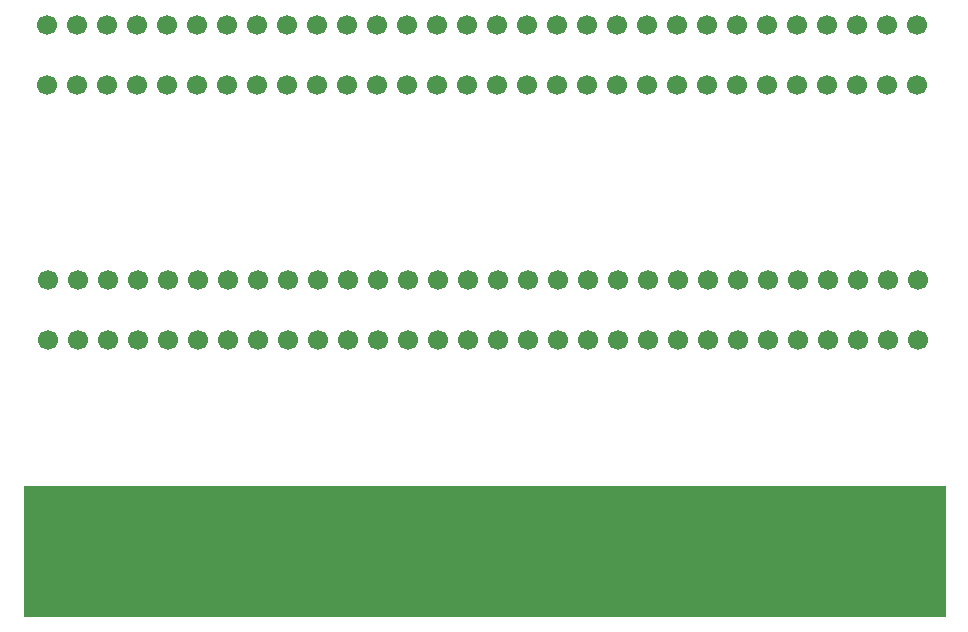
<source format=gbs>
G04 #@! TF.GenerationSoftware,KiCad,Pcbnew,7.0.6*
G04 #@! TF.CreationDate,2023-10-15T21:53:03+09:00*
G04 #@! TF.ProjectId,NES_MAmi_Ext,4e45535f-4d41-46d6-995f-4578742e6b69,rev?*
G04 #@! TF.SameCoordinates,Original*
G04 #@! TF.FileFunction,Soldermask,Bot*
G04 #@! TF.FilePolarity,Negative*
%FSLAX46Y46*%
G04 Gerber Fmt 4.6, Leading zero omitted, Abs format (unit mm)*
G04 Created by KiCad (PCBNEW 7.0.6) date 2023-10-15 21:53:03*
%MOMM*%
%LPD*%
G01*
G04 APERTURE LIST*
%ADD10C,0.100000*%
%ADD11C,1.700000*%
%ADD12R,1.700000X9.300000*%
G04 APERTURE END LIST*
G04 #@! TO.C,MAMICART1*
D10*
X187400000Y-137789800D02*
X109400000Y-137789800D01*
X109400000Y-126789800D01*
X187400000Y-126789800D01*
X187400000Y-137789800D01*
G36*
X187400000Y-137789800D02*
G01*
X109400000Y-137789800D01*
X109400000Y-126789800D01*
X187400000Y-126789800D01*
X187400000Y-137789800D01*
G37*
G04 #@! TD*
D11*
G04 #@! TO.C,VRC_CART2*
X111500000Y-114369800D03*
X114040000Y-114369800D03*
X116580000Y-114369800D03*
X119120000Y-114369800D03*
X121660000Y-114369800D03*
X124200000Y-114369800D03*
X126740000Y-114369800D03*
X129280000Y-114369800D03*
X131820000Y-114369800D03*
X134360000Y-114369800D03*
X136900000Y-114369800D03*
X139440000Y-114369800D03*
X141980000Y-114369800D03*
X144520000Y-114369800D03*
X147060000Y-114369800D03*
X149600000Y-114369800D03*
X152140000Y-114369800D03*
X154680000Y-114369800D03*
X157220000Y-114369800D03*
X159760000Y-114369800D03*
X162300000Y-114369800D03*
X164840000Y-114369800D03*
X167380000Y-114369800D03*
X169920000Y-114369800D03*
X172460000Y-114369800D03*
X175000000Y-114369800D03*
X177540000Y-114369800D03*
X180080000Y-114369800D03*
X182620000Y-114369800D03*
X185160000Y-114369800D03*
X111500000Y-109289800D03*
X114040000Y-109289800D03*
X116580000Y-109289800D03*
X119120000Y-109289800D03*
X121660000Y-109289800D03*
X124200000Y-109289800D03*
X126740000Y-109289800D03*
X129280000Y-109289800D03*
X131820000Y-109289800D03*
X134360000Y-109289800D03*
X136900000Y-109289800D03*
X139440000Y-109289800D03*
X141980000Y-109289800D03*
X144520000Y-109289800D03*
X147060000Y-109289800D03*
X149600000Y-109289800D03*
X152140000Y-109289800D03*
X154680000Y-109289800D03*
X157220000Y-109289800D03*
X159760000Y-109289800D03*
X162300000Y-109289800D03*
X164840000Y-109289800D03*
X167380000Y-109289800D03*
X169920000Y-109289800D03*
X172460000Y-109289800D03*
X175000000Y-109289800D03*
X177540000Y-109289800D03*
X180080000Y-109289800D03*
X182620000Y-109289800D03*
X185160000Y-109289800D03*
G04 #@! TD*
D12*
G04 #@! TO.C,MAMICART1*
X111570000Y-131789800D03*
X114110000Y-131789800D03*
X116650000Y-131789800D03*
X119190000Y-131789800D03*
X121730000Y-131789800D03*
X124270000Y-131789800D03*
X126810000Y-131789800D03*
X129350000Y-131789800D03*
X131890000Y-131789800D03*
X134430000Y-131789800D03*
X136970000Y-131789800D03*
X139510000Y-131789800D03*
X142050000Y-131789800D03*
X144590000Y-131789800D03*
X147130000Y-131789800D03*
X149670000Y-131789800D03*
X152210000Y-131789800D03*
X154750000Y-131789800D03*
X157290000Y-131789800D03*
X159830000Y-131789800D03*
X162370000Y-131789800D03*
X164910000Y-131789800D03*
X167450000Y-131789800D03*
X169990000Y-131789800D03*
X172530000Y-131789800D03*
X175070000Y-131789800D03*
X177610000Y-131789800D03*
X180150000Y-131789800D03*
X182690000Y-131789800D03*
X185230000Y-131789800D03*
G04 #@! TD*
D11*
G04 #@! TO.C,VRC_CART1*
X111400000Y-92789800D03*
X113940000Y-92789800D03*
X116480000Y-92789800D03*
X119020000Y-92789800D03*
X121560000Y-92789800D03*
X124100000Y-92789800D03*
X126640000Y-92789800D03*
X129180000Y-92789800D03*
X131720000Y-92789800D03*
X134260000Y-92789800D03*
X136800000Y-92789800D03*
X139340000Y-92789800D03*
X141880000Y-92789800D03*
X144420000Y-92789800D03*
X146960000Y-92789800D03*
X149500000Y-92789800D03*
X152040000Y-92789800D03*
X154580000Y-92789800D03*
X157120000Y-92789800D03*
X159660000Y-92789800D03*
X162200000Y-92789800D03*
X164740000Y-92789800D03*
X167280000Y-92789800D03*
X169820000Y-92789800D03*
X172360000Y-92789800D03*
X174900000Y-92789800D03*
X177440000Y-92789800D03*
X179980000Y-92789800D03*
X182520000Y-92789800D03*
X185060000Y-92789800D03*
X111400000Y-87709800D03*
X113940000Y-87709800D03*
X116480000Y-87709800D03*
X119020000Y-87709800D03*
X121560000Y-87709800D03*
X124100000Y-87709800D03*
X126640000Y-87709800D03*
X129180000Y-87709800D03*
X131720000Y-87709800D03*
X134260000Y-87709800D03*
X136800000Y-87709800D03*
X139340000Y-87709800D03*
X141880000Y-87709800D03*
X144420000Y-87709800D03*
X146960000Y-87709800D03*
X149500000Y-87709800D03*
X152040000Y-87709800D03*
X154580000Y-87709800D03*
X157120000Y-87709800D03*
X159660000Y-87709800D03*
X162200000Y-87709800D03*
X164740000Y-87709800D03*
X167280000Y-87709800D03*
X169820000Y-87709800D03*
X172360000Y-87709800D03*
X174900000Y-87709800D03*
X177440000Y-87709800D03*
X179980000Y-87709800D03*
X182520000Y-87709800D03*
X185060000Y-87709800D03*
G04 #@! TD*
M02*

</source>
